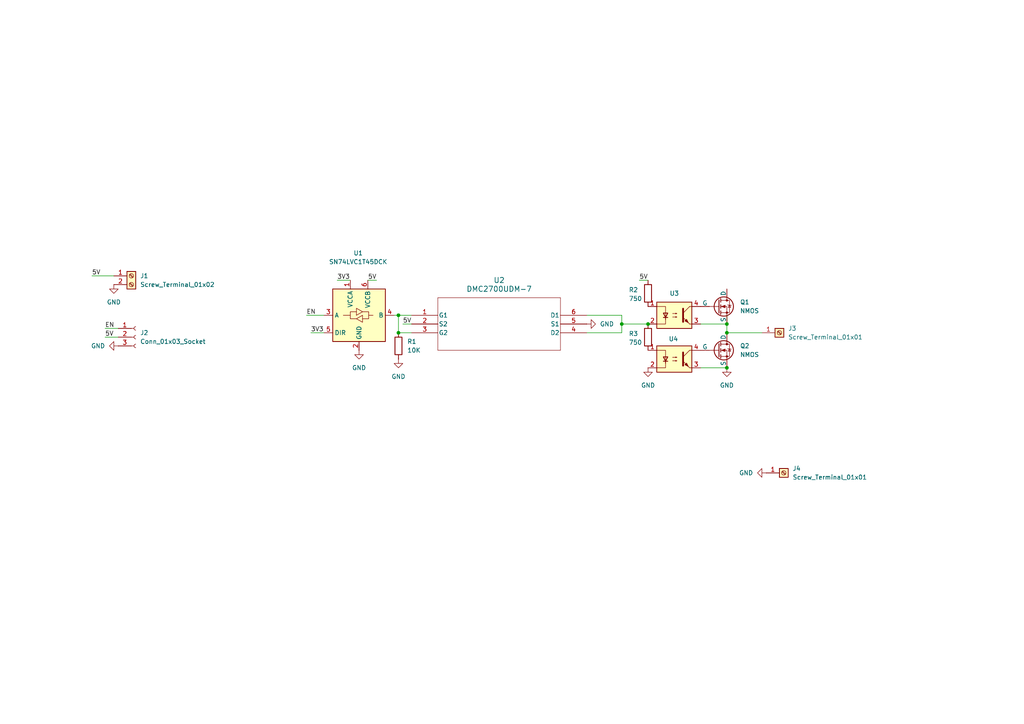
<source format=kicad_sch>
(kicad_sch (version 20250114) (generator "eeschema") (generator_version "9.0")
  (paper "A4")
  (lib_symbols
    (symbol "2025-10-13_21-58-01:DMC2700UDM-7" (pin_names (offset 0.254))
      (property "Reference" "U" (at 25.4 10.16 0))
      (property "Value" "DMC2700UDM-7" (at 25.4 7.62 0))
      (symbol "DMC2700UDM-7_0_1"
        (polyline (pts (xy 7.62 5.08) (xy 7.62 -10.16)) (stroke (width 0.127)))
        (polyline (pts (xy 7.62 -10.16) (xy 43.18 -10.16)) (stroke (width 0.127)))
        (polyline (pts (xy 43.18 5.08) (xy 7.62 5.08)) (stroke (width 0.127)))
        (polyline (pts (xy 43.18 -10.16) (xy 43.18 5.08)) (stroke (width 0.127)))
        (pin unspecified line (at 0 0 0) (length 7.62) (name "G1") (number "1"))
        (pin unspecified line (at 0 -2.54 0) (length 7.62) (name "S2") (number "2"))
        (pin unspecified line (at 0 -5.08 0) (length 7.62) (name "G2") (number "3"))
        (pin unspecified line (at 50.8 0 180) (length 7.62) (name "D1") (number "6"))
        (pin unspecified line (at 50.8 -2.54 180) (length 7.62) (name "S1") (number "5"))
        (pin unspecified line (at 50.8 -5.08 180) (length 7.62) (name "D2") (number "4"))
      )
    )
    (symbol "Connector:Conn_01x03_Socket" (pin_names (offset 1.016) (hide yes))
      (property "Reference" "J" (at 0 5.08 0))
      (property "Value" "Conn_01x03_Socket" (at 0 -5.08 0))
      (symbol "Conn_01x03_Socket_1_1"
        (polyline (pts (xy -1.27 2.54) (xy -0.508 2.54)) (stroke (width 0.1524)))
        (polyline (pts (xy -1.27 0) (xy -0.508 0)) (stroke (width 0.1524)))
        (polyline (pts (xy -1.27 -2.54) (xy -0.508 -2.54)) (stroke (width 0.1524)))
        (arc (start 0 2.032) (mid -0.5058 2.54) (end 0 3.048) (stroke (width 0.1524)))
        (arc (start 0 -0.508) (mid -0.5058 0) (end 0 0.508) (stroke (width 0.1524)))
        (arc (start 0 -3.048) (mid -0.5058 -2.54) (end 0 -2.032) (stroke (width 0.1524)))
        (pin passive line (at -5.08 2.54 0) (length 3.81) (name "Pin_1") (number "1"))
        (pin passive line (at -5.08 0 0) (length 3.81) (name "Pin_2") (number "2"))
        (pin passive line (at -5.08 -2.54 0) (length 3.81) (name "Pin_3") (number "3"))
      )
    )
    (symbol "Connector:Screw_Terminal_01x01" (pin_names (offset 1.016) (hide yes))
      (property "Reference" "J" (at 0 2.54 0))
      (property "Value" "Screw_Terminal_01x01" (at 0 -2.54 0))
      (symbol "Screw_Terminal_01x01_1_1"
        (rectangle (start -1.27 1.27) (end 1.27 -1.27) (stroke (width 0.254)) (fill (type background)))
        (polyline (pts (xy -0.5334 0.3302) (xy 0.3302 -0.508)) (stroke (width 0.1524)))
        (polyline (pts (xy -0.3556 0.508) (xy 0.508 -0.3302)) (stroke (width 0.1524)))
        (circle (center 0 0) (radius 0.635) (stroke (width 0.1524)))
        (pin passive line (at -5.08 0 0) (length 3.81) (name "Pin_1") (number "1"))
      )
    )
    (symbol "Connector:Screw_Terminal_01x02" (pin_names (offset 1.016) (hide yes))
      (property "Reference" "J" (at 0 2.54 0))
      (property "Value" "Screw_Terminal_01x02" (at 0 -5.08 0))
      (symbol "Screw_Terminal_01x02_1_1"
        (rectangle (start -1.27 1.27) (end 1.27 -3.81) (stroke (width 0.254)) (fill (type background)))
        (polyline (pts (xy -0.5334 0.3302) (xy 0.3302 -0.508)) (stroke (width 0.1524)))
        (polyline (pts (xy -0.5334 -2.2098) (xy 0.3302 -3.048)) (stroke (width 0.1524)))
        (polyline (pts (xy -0.3556 0.508) (xy 0.508 -0.3302)) (stroke (width 0.1524)))
        (polyline (pts (xy -0.3556 -2.032) (xy 0.508 -2.8702)) (stroke (width 0.1524)))
        (circle (center 0 0) (radius 0.635) (stroke (width 0.1524)))
        (circle (center 0 -2.54) (radius 0.635) (stroke (width 0.1524)))
        (pin passive line (at -5.08 0 0) (length 3.81) (name "Pin_1") (number "1"))
        (pin passive line (at -5.08 -2.54 0) (length 3.81) (name "Pin_2") (number "2"))
      )
    )
    (symbol "Device:R" (pin_numbers (hide yes)) (pin_names (offset 0))
      (property "Reference" "R" (at 2.032 0 90))
      (property "Value" "R" (at 0 0 90))
      (symbol "R_0_1"
        (rectangle (start -1.016 -2.54) (end 1.016 2.54) (stroke (width 0.254)))
      )
      (symbol "R_1_1"
        (pin passive line (at 0 3.81 270) (length 1.27) (name "~") (number "1"))
        (pin passive line (at 0 -3.81 90) (length 1.27) (name "~") (number "2"))
      )
    )
    (symbol "Isolator:Optocoupler_DC_PhotoNPN_AKEC"
      (property "Reference" "U" (at -5.08 5.08 0))
      (property "Value" "Optocoupler_DC_PhotoNPN_AKEC" (at 0 5.08 0))
      (symbol "Optocoupler_DC_PhotoNPN_AKEC_0_1"
        (rectangle (start -5.08 3.81) (end 5.08 -3.81) (stroke (width 0.254)) (fill (type background)))
        (polyline (pts (xy -5.08 2.54) (xy -2.54 2.54) (xy -2.54 -1.27) (xy -2.54 0.635)))
        (polyline (pts (xy -3.175 -0.635) (xy -1.905 -0.635)) (stroke (width 0.254)))
        (polyline (pts (xy -2.54 -0.635) (xy -2.54 -2.54) (xy -5.08 -2.54)))
        (polyline (pts (xy -2.54 -0.635) (xy -3.175 0.635) (xy -1.905 0.635) (xy -2.54 -0.635)) (stroke (width 0.254)))
        (polyline (pts (xy -0.508 0.508) (xy 0.762 0.508) (xy 0.381 0.381) (xy 0.381 0.635) (xy 0.762 0.508)))
        (polyline (pts (xy -0.508 -0.508) (xy 0.762 -0.508) (xy 0.381 -0.635) (xy 0.381 -0.381) (xy 0.762 -0.508)))
        (polyline (pts (xy 2.54 1.905) (xy 2.54 -1.905)) (stroke (width 0.508)))
        (polyline (pts (xy 2.54 0.635) (xy 4.445 2.54)))
        (polyline (pts (xy 3.048 -1.651) (xy 3.556 -1.143) (xy 4.064 -2.159) (xy 3.048 -1.651)) (fill (type outline)))
        (polyline (pts (xy 4.445 2.54) (xy 5.08 2.54)))
        (polyline (pts (xy 4.445 -2.54) (xy 2.54 -0.635)) (fill (type outline)))
        (polyline (pts (xy 4.445 -2.54) (xy 5.08 -2.54)))
      )
      (symbol "Optocoupler_DC_PhotoNPN_AKEC_1_1"
        (pin passive line (at -7.62 2.54 0) (length 2.54) (name "~") (number "1"))
        (pin passive line (at -7.62 -2.54 0) (length 2.54) (name "~") (number "2"))
        (pin passive line (at 7.62 2.54 180) (length 2.54) (name "~") (number "4"))
        (pin passive line (at 7.62 -2.54 180) (length 2.54) (name "~") (number "3"))
      )
    )
    (symbol "Logic_LevelTranslator:SN74LVC1T45DCK"
      (property "Reference" "U" (at -6.35 8.89 0))
      (property "Value" "SN74LVC1T45DCK" (at 3.81 8.89 0))
      (symbol "SN74LVC1T45DCK_0_1"
        (rectangle (start -7.62 7.62) (end 7.62 -7.62) (stroke (width 0.254)) (fill (type background)))
        (polyline (pts (xy -2.54 0) (xy -2.54 1.016) (xy -0.762 1.016)))
        (polyline (pts (xy -0.762 0) (xy -0.762 2.032) (xy 1.016 1.016) (xy -0.762 0)))
        (polyline (pts (xy -0.762 -1.016) (xy -2.54 -1.016) (xy -2.54 0) (xy -4.572 0)))
        (polyline (pts (xy 1.016 1.016) (xy 2.794 1.016) (xy 2.794 0) (xy 4.064 0)))
        (polyline (pts (xy 1.016 0) (xy 1.016 -1.778) (xy 1.016 -2.032) (xy -0.762 -1.016) (xy 1.016 0)))
        (polyline (pts (xy 2.794 0) (xy 2.794 -1.016) (xy 1.016 -1.016)))
      )
      (symbol "SN74LVC1T45DCK_1_1"
        (pin bidirectional line (at -10.16 0 0) (length 2.54) (name "A") (number "3"))
        (pin input line (at -10.16 -5.08 0) (length 2.54) (name "DIR") (number "5"))
        (pin power_in line (at -2.54 10.16 270) (length 2.54) (name "VCCA") (number "1"))
        (pin power_in line (at 0 -10.16 90) (length 2.54) (name "GND") (number "2"))
        (pin power_in line (at 2.54 10.16 270) (length 2.54) (name "VCCB") (number "6"))
        (pin bidirectional line (at 10.16 0 180) (length 2.54) (name "B") (number "4"))
      )
    )
    (symbol "Simulation_SPICE:NMOS" (pin_numbers (hide yes)) (pin_names (offset 0))
      (property "Reference" "Q" (at 5.08 1.27 0))
      (property "Value" "NMOS" (at 5.08 -1.27 0))
      (symbol "NMOS_0_1"
        (polyline (pts (xy 0.254 1.905) (xy 0.254 -1.905)) (stroke (width 0.254)))
        (polyline (pts (xy 0.254 0) (xy -2.54 0)))
        (polyline (pts (xy 0.762 2.286) (xy 0.762 1.27)) (stroke (width 0.254)))
        (polyline (pts (xy 0.762 0.508) (xy 0.762 -0.508)) (stroke (width 0.254)))
        (polyline (pts (xy 0.762 -1.27) (xy 0.762 -2.286)) (stroke (width 0.254)))
        (polyline (pts (xy 0.762 -1.778) (xy 3.302 -1.778) (xy 3.302 1.778) (xy 0.762 1.778)))
        (polyline (pts (xy 1.016 0) (xy 2.032 0.381) (xy 2.032 -0.381) (xy 1.016 0)) (fill (type outline)))
        (circle (center 1.651 0) (radius 2.794) (stroke (width 0.254)))
        (polyline (pts (xy 2.54 2.54) (xy 2.54 1.778)))
        (circle (center 2.54 1.778) (radius 0.254) (fill (type outline)))
        (circle (center 2.54 -1.778) (radius 0.254) (fill (type outline)))
        (polyline (pts (xy 2.54 -2.54) (xy 2.54 0) (xy 0.762 0)))
        (polyline (pts (xy 2.794 0.508) (xy 2.921 0.381) (xy 3.683 0.381) (xy 3.81 0.254)))
        (polyline (pts (xy 3.302 0.381) (xy 2.921 -0.254) (xy 3.683 -0.254) (xy 3.302 0.381)))
      )
      (symbol "NMOS_1_1"
        (pin input line (at -5.08 0 0) (length 2.54) (name "G") (number "2"))
        (pin passive line (at 2.54 5.08 270) (length 2.54) (name "D") (number "1"))
        (pin passive line (at 2.54 -5.08 90) (length 2.54) (name "S") (number "3"))
      )
    )
    (symbol "power:GND" (power) (pin_numbers (hide yes)) (pin_names (offset 0) (hide yes))
      (property "Value" "GND" (at 0 -3.81 0))
      (symbol "GND_0_1"
        (polyline (pts (xy 0 0) (xy 0 -1.27) (xy 1.27 -1.27) (xy 0 -2.54) (xy -1.27 -1.27) (xy 0 -1.27)))
      )
      (symbol "GND_1_1"
        (pin power_in line (at 0 0 270) (length 0) (name "~") (number "1"))
      )
    )
  )
  (junction (at 210.82 93.98))
  (junction (at 210.82 106.68))
  (junction (at 187.96 93.98))
  (junction (at 210.82 96.52))
  (junction (at 115.57 96.52))
  (junction (at 180.34 93.98))
  (junction (at 115.57 91.44))
  (wire (pts (xy 115.57 91.44) (xy 115.57 96.52)))
  (wire (pts (xy 180.34 93.98) (xy 180.34 96.52)))
  (wire (pts (xy 203.2 106.68) (xy 210.82 106.68)))
  (wire (pts (xy 187.96 93.98) (xy 180.34 93.98)))
  (wire (pts (xy 30.48 95.25) (xy 34.29 95.25)))
  (wire (pts (xy 210.82 93.98) (xy 210.82 96.52)))
  (wire (pts (xy 116.84 93.98) (xy 119.38 93.98)))
  (wire (pts (xy 114.3 91.44) (xy 115.57 91.44)))
  (wire (pts (xy 90.17 96.52) (xy 93.98 96.52)))
  (wire (pts (xy 26.67 80.01) (xy 33.02 80.01)))
  (wire (pts (xy 210.82 91.44) (xy 210.82 93.98)))
  (wire (pts (xy 210.82 96.52) (xy 220.98 96.52)))
  (wire (pts (xy 30.48 97.79) (xy 34.29 97.79)))
  (wire (pts (xy 185.42 81.28) (xy 187.96 81.28)))
  (wire (pts (xy 203.2 93.98) (xy 210.82 93.98)))
  (wire (pts (xy 106.68 81.28) (xy 109.22 81.28)))
  (wire (pts (xy 180.34 91.44) (xy 180.34 93.98)))
  (wire (pts (xy 170.18 91.44) (xy 180.34 91.44)))
  (wire (pts (xy 119.38 91.44) (xy 115.57 91.44)))
  (wire (pts (xy 115.57 96.52) (xy 119.38 96.52)))
  (wire (pts (xy 97.79 81.28) (xy 101.6 81.28)))
  (wire (pts (xy 180.34 96.52) (xy 170.18 96.52)))
  (wire (pts (xy 88.9 91.44) (xy 93.98 91.44)))
  (label "3V3" (at 90.17 96.52 0))
  (label "5V" (at 30.48 97.79 0))
  (label "5V" (at 116.84 93.98 0))
  (label "5V" (at 26.67 80.01 0))
  (label "5V" (at 185.42 81.28 0))
  (label "EN" (at 88.9 91.44 0))
  (label "5V" (at 109.22 81.28 180))
  (label "3V3" (at 97.79 81.28 0))
  (label "EN" (at 30.48 95.25 0))
  (symbol (lib_id "power:GND") (at 115.57 104.14 0) (unit 1)
    (property "Reference" "#PWR017" (effects (hide yes)))
    (property "Value" "GND" (at 115.57 109.22 0))
    (property "Description" "Power symbol creates a global label with name \"GND\" , ground" (effects (hide yes)))
  )
  (symbol (lib_id "Logic_LevelTranslator:SN74LVC1T45DCK") (at 104.14 91.44 0) (unit 1)
    (property "Reference" "U1" (at 103.886 73.406 0))
    (property "Value" "SN74LVC1T45DCK" (at 103.886 75.946 0))
    (property "Footprint" "Package_TO_SOT_SMD:SOT-363_SC-70-6_Handsoldering" (effects (hide yes)))
    (property "Datasheet" "http://www.ti.com/lit/ds/symlink/sn74lvc1t45.pdf" (effects (hide yes)))
    (property "Description" "Single-Bit Dual-Supply Bus Transceiver With Configurable Voltage Translation and 3-State Outputs, SOT-363" (effects (hide yes)))
  )
  (symbol (lib_id "Connector:Screw_Terminal_01x01") (at 227.33 137.16 0) (unit 1)
    (property "Reference" "J4" (at 229.87 135.8899 0) (effects (justify left)))
    (property "Value" "Screw_Terminal_01x01" (at 229.87 138.4299 0) (effects (justify left)))
    (property "Description" "Generic screw terminal, single row, 01x01, script generated (kicad-library-utils/schlib/autogen/connector/)" (effects (hide yes)))
  )
  (symbol (lib_id "power:GND") (at 34.29 100.33 270) (unit 1)
    (property "Reference" "#PWR04" (effects (hide yes)))
    (property "Value" "GND" (at 30.48 100.3299 90) (effects (justify right)))
    (property "Description" "Power symbol creates a global label with name \"GND\" , ground" (effects (hide yes)))
  )
  (symbol (lib_id "power:GND") (at 104.14 101.6 0) (unit 1)
    (property "Reference" "#PWR031" (effects (hide yes)))
    (property "Value" "GND" (at 104.14 106.68 0))
    (property "Description" "Power symbol creates a global label with name \"GND\" , ground" (effects (hide yes)))
  )
  (symbol (lib_id "Connector:Screw_Terminal_01x02") (at 38.1 80.01 0) (unit 1)
    (property "Reference" "J1" (at 40.64 80.0099 0) (effects (justify left)))
    (property "Value" "Screw_Terminal_01x02" (at 40.64 82.5499 0) (effects (justify left)))
    (property "Footprint" "TerminalBlock:TerminalBlock_MaiXu_MX126-5.0-02P_1x02_P5.00mm" (effects (hide yes)))
    (property "Description" "Generic screw terminal, single row, 01x02, script generated (kicad-library-utils/schlib/autogen/connector/)" (effects (hide yes)))
  )
  (symbol (lib_id "Device:R") (at 187.96 85.09 0) (unit 1)
    (property "Reference" "R2" (at 182.372 84.074 0) (effects (justify left)))
    (property "Value" "750" (at 182.372 86.614 0) (effects (justify left)))
    (property "Footprint" "Resistor_SMD:R_0805_2012Metric_Pad1.20x1.40mm_HandSolder" (effects (hide yes)))
    (property "Description" "Resistor" (effects (hide yes)))
  )
  (symbol (lib_id "Simulation_SPICE:NMOS") (at 208.28 88.9 0) (unit 1)
    (property "Reference" "Q1" (at 214.63 87.6299 0) (effects (justify left)))
    (property "Value" "NMOS" (at 214.63 90.1699 0) (effects (justify left)))
    (property "Footprint" "Package_TO_SOT_SMD:TO-263-2" (effects (hide yes)))
    (property "Datasheet" "https://www.st.com/resource/en/datasheet/sth2n120k5-2ag.pdf" (effects (hide yes)))
    (property "Description" "N-MOSFET transistor, drain/source/gate" (effects (hide yes)))
    (property "Sim.Device" "NMOS" (effects (hide yes)))
    (property "Sim.Type" "VDMOS" (effects (hide yes)))
    (property "Sim.Pins" "1=D 2=G 3=S" (effects (hide yes)))
  )
  (symbol (lib_id "Connector:Screw_Terminal_01x01") (at 226.06 96.52 0) (unit 1)
    (property "Reference" "J3" (at 228.6 95.2499 0) (effects (justify left)))
    (property "Value" "Screw_Terminal_01x01" (at 228.6 97.7899 0) (effects (justify left)))
    (property "Description" "Generic screw terminal, single row, 01x01, script generated (kicad-library-utils/schlib/autogen/connector/)" (effects (hide yes)))
  )
  (symbol (lib_id "Isolator:Optocoupler_DC_PhotoNPN_AKEC") (at 195.58 91.44 0) (unit 1)
    (property "Reference" "U3" (at 195.58 85.09 0))
    (property "Value" "Optocoupler_DC_PhotoNPN_AKEC" (effects (hide yes)))
    (property "Footprint" "Package_DIP:DIP-4_W7.62mm_SMDSocket_SmallPads" (effects (hide yes)))
    (property "Datasheet" "https://www.littelfuse.com/assetdocs/fda117.pdf?assetguid=a86cf09d-53dd-4a83-a12c-7d568405012e" (effects (hide yes)))
    (property "Description" "Generic DC optocoupler with NPN phototransistor output, pins order: anode/cathode/emitter/collector" (effects (hide yes)))
  )
  (symbol (lib_id "Device:R") (at 187.96 97.79 0) (unit 1)
    (property "Reference" "R3" (at 182.372 96.774 0) (effects (justify left)))
    (property "Value" "750" (at 182.372 99.314 0) (effects (justify left)))
    (property "Footprint" "Resistor_SMD:R_0805_2012Metric_Pad1.20x1.40mm_HandSolder" (effects (hide yes)))
    (property "Description" "Resistor" (effects (hide yes)))
  )
  (symbol (lib_id "Device:R") (at 115.57 100.33 0) (unit 1)
    (property "Reference" "R1" (at 118.11 99.0599 0) (effects (justify left)))
    (property "Value" "10K" (at 118.11 101.5999 0) (effects (justify left)))
    (property "Footprint" "Resistor_SMD:R_0805_2012Metric_Pad1.20x1.40mm_HandSolder" (effects (hide yes)))
    (property "Description" "Resistor" (effects (hide yes)))
  )
  (symbol (lib_id "power:GND") (at 210.82 106.68 0) (unit 1)
    (property "Reference" "#PWR020" (effects (hide yes)))
    (property "Value" "GND" (at 210.82 111.76 0))
    (property "Description" "Power symbol creates a global label with name \"GND\" , ground" (effects (hide yes)))
  )
  (symbol (lib_id "Connector:Conn_01x03_Socket") (at 39.37 97.79 0) (unit 1)
    (property "Reference" "J2" (at 40.64 96.5199 0) (effects (justify left)))
    (property "Value" "Conn_01x03_Socket" (at 40.64 99.0599 0) (effects (justify left)))
    (property "Footprint" "Connector_PinSocket_2.54mm:PinSocket_1x03_P2.54mm_Vertical" (effects (hide yes)))
    (property "Description" "Generic connector, single row, 01x03, script generated" (effects (hide yes)))
  )
  (symbol (lib_id "power:GND") (at 222.25 137.16 270) (unit 1)
    (property "Reference" "#PWR06" (effects (hide yes)))
    (property "Value" "GND" (at 218.44 137.1599 90) (effects (justify right)))
    (property "Description" "Power symbol creates a global label with name \"GND\" , ground" (effects (hide yes)))
  )
  (symbol (lib_id "Isolator:Optocoupler_DC_PhotoNPN_AKEC") (at 195.58 104.14 0) (unit 1)
    (property "Reference" "U4" (at 195.326 98.298 0))
    (property "Value" "Optocoupler_DC_PhotoNPN_AKEC" (effects (hide yes)))
    (property "Footprint" "Package_DIP:DIP-4_W7.62mm_SMDSocket_SmallPads" (effects (hide yes)))
    (property "Datasheet" "https://www.littelfuse.com/assetdocs/fda117.pdf?assetguid=a86cf09d-53dd-4a83-a12c-7d568405012e" (effects (hide yes)))
    (property "Description" "Generic DC optocoupler with NPN phototransistor output, pins order: anode/cathode/emitter/collector" (effects (hide yes)))
  )
  (symbol (lib_id "power:GND") (at 170.18 93.98 90) (unit 1)
    (property "Reference" "#PWR018" (effects (hide yes)))
    (property "Value" "GND" (at 173.99 93.9799 90) (effects (justify right)))
    (property "Description" "Power symbol creates a global label with name \"GND\" , ground" (effects (hide yes)))
  )
  (symbol (lib_id "power:GND") (at 33.02 82.55 0) (unit 1)
    (property "Reference" "#PWR03" (effects (hide yes)))
    (property "Value" "GND" (at 33.02 87.63 0))
    (property "Description" "Power symbol creates a global label with name \"GND\" , ground" (effects (hide yes)))
  )
  (symbol (lib_id "2025-10-13_21-58-01:DMC2700UDM-7") (at 119.38 91.44 0) (unit 1)
    (property "Reference" "U2" (at 144.78 81.28 0) (effects (font (size 1.524 1.524))))
    (property "Value" "DMC2700UDM-7" (at 144.78 83.82 0) (effects (font (size 1.524 1.524))))
    (property "Footprint" "DMC2700UDM:SOT26_DIO" (effects (hide yes)))
    (property "Datasheet" "https://www.diodes.com/assets/Datasheets/DMC2700UDM.pdf" (effects (hide yes)))
  )
  (symbol (lib_id "Simulation_SPICE:NMOS") (at 208.28 101.6 0) (unit 1)
    (property "Reference" "Q2" (at 214.63 100.3299 0) (effects (justify left)))
    (property "Value" "NMOS" (at 214.63 102.8699 0) (effects (justify left)))
    (property "Footprint" "Package_TO_SOT_SMD:TO-263-2" (effects (hide yes)))
    (property "Datasheet" "https://www.st.com/resource/en/datasheet/sth2n120k5-2ag.pdf" (effects (hide yes)))
    (property "Description" "N-MOSFET transistor, drain/source/gate" (effects (hide yes)))
    (property "Sim.Device" "NMOS" (effects (hide yes)))
    (property "Sim.Type" "VDMOS" (effects (hide yes)))
    (property "Sim.Pins" "1=D 2=G 3=S" (effects (hide yes)))
  )
  (symbol (lib_id "power:GND") (at 187.96 106.68 0) (unit 1)
    (property "Reference" "#PWR019" (effects (hide yes)))
    (property "Value" "GND" (at 187.96 111.76 0))
    (property "Description" "Power symbol creates a global label with name \"GND\" , ground" (effects (hide yes)))
  )
)
</source>
